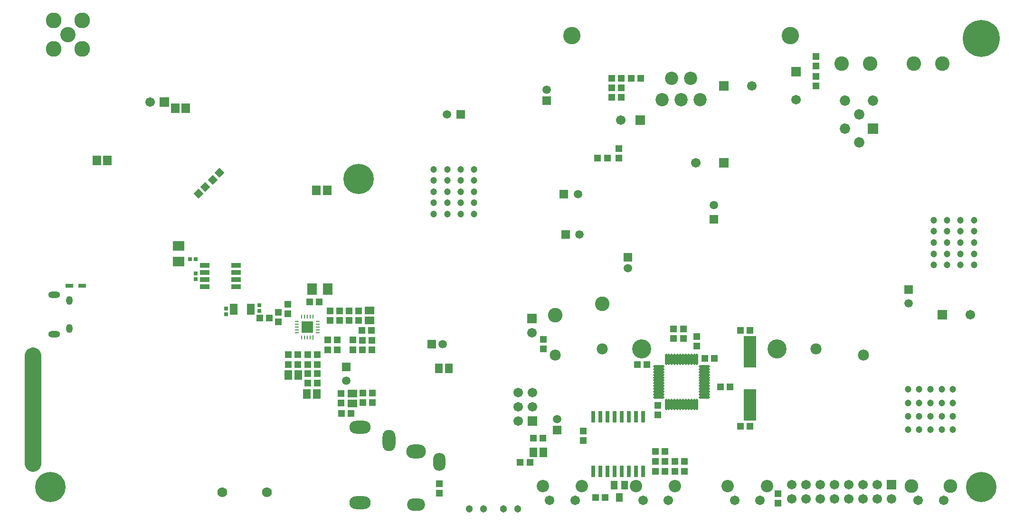
<source format=gbs>
G04*
G04 #@! TF.GenerationSoftware,Altium Limited,Altium Designer,19.1.8 (144)*
G04*
G04 Layer_Color=16711935*
%FSLAX25Y25*%
%MOIN*%
G70*
G01*
G75*
%ADD20C,0.11811*%
%ADD21R,0.05131X0.04737*%
%ADD25R,0.04737X0.05131*%
%ADD32R,0.05918X0.06706*%
%ADD44R,0.04737X0.06312*%
%ADD55R,0.07099X0.07887*%
G04:AMPARAMS|DCode=57|XSize=47.37mil|YSize=51.31mil|CornerRadius=0mil|HoleSize=0mil|Usage=FLASHONLY|Rotation=315.000|XOffset=0mil|YOffset=0mil|HoleType=Round|Shape=Rectangle|*
%AMROTATEDRECTD57*
4,1,4,-0.03489,-0.00139,0.00139,0.03489,0.03489,0.00139,-0.00139,-0.03489,-0.03489,-0.00139,0.0*
%
%ADD57ROTATEDRECTD57*%

%ADD66R,0.05288X0.06587*%
%ADD67R,0.06587X0.05288*%
%ADD79C,0.08674*%
%ADD80C,0.06706*%
%ADD92O,0.08674X0.12611*%
%ADD93O,0.13792X0.09855*%
%ADD94O,0.12611X0.08674*%
%ADD95R,0.06706X0.06706*%
%ADD96R,0.05918X0.05918*%
%ADD97C,0.05918*%
%ADD98R,0.05918X0.05918*%
%ADD99C,0.21272*%
%ADD100C,0.09658*%
%ADD101C,0.04737*%
%ADD102R,0.06706X0.06706*%
%ADD103O,0.04488X0.06260*%
%ADD104O,0.08280X0.04540*%
%ADD105C,0.05131*%
%ADD106C,0.12217*%
%ADD107C,0.09300*%
%ADD108C,0.13398*%
%ADD109C,0.10209*%
%ADD110C,0.07828*%
%ADD111C,0.07001*%
%ADD112C,0.25997*%
%ADD113C,0.11036*%
%ADD114C,0.10737*%
%ADD115O,0.14973X0.09068*%
%ADD116O,0.09068X0.14973*%
%ADD117C,0.07284*%
%ADD118R,0.07284X0.07284*%
%ADD119C,0.10249*%
%ADD240R,0.08268X0.08268*%
%ADD241O,0.03188X0.00942*%
%ADD242O,0.00942X0.03188*%
%ADD243R,0.00942X0.03188*%
%ADD247O,0.01981X0.07887*%
%ADD248O,0.07887X0.01981*%
%ADD249R,0.02900X0.08280*%
%ADD250R,0.03162X0.03162*%
%ADD251R,0.06804X0.03359*%
%ADD252R,0.05209X0.01981*%
%ADD253R,0.07887X0.07099*%
%ADD254R,0.03162X0.03162*%
%ADD255R,0.05170X0.02847*%
%ADD256R,0.08674X0.22453*%
D20*
X7480Y36319D02*
X7480Y112106D01*
D21*
X450984Y30610D02*
D03*
X444291D02*
D03*
X450984Y37697D02*
D03*
X444291D02*
D03*
X450984Y44685D02*
D03*
X444291D02*
D03*
X402362Y12539D02*
D03*
X409055D02*
D03*
X166732Y138386D02*
D03*
X173425D02*
D03*
X410630Y250886D02*
D03*
X403937D02*
D03*
X365551Y53937D02*
D03*
X358858D02*
D03*
X457283Y124016D02*
D03*
X463976D02*
D03*
X457283Y130709D02*
D03*
X463976D02*
D03*
X413779Y293307D02*
D03*
X420472D02*
D03*
X420472Y300000D02*
D03*
X413779D02*
D03*
X434252Y306693D02*
D03*
X427559D02*
D03*
X230709Y71358D02*
D03*
X224016D02*
D03*
X349606Y37008D02*
D03*
X356299D02*
D03*
X490059Y90059D02*
D03*
X496752D02*
D03*
X504134Y62500D02*
D03*
X510827D02*
D03*
X504134Y129626D02*
D03*
X510827D02*
D03*
X479134Y110039D02*
D03*
X485827D02*
D03*
X438583Y105807D02*
D03*
X431890D02*
D03*
X413779Y306693D02*
D03*
X420472D02*
D03*
X208366Y149606D02*
D03*
X201673D02*
D03*
X245177Y129823D02*
D03*
X238484D02*
D03*
X200590Y105905D02*
D03*
X207283D02*
D03*
X200590Y99311D02*
D03*
X207283D02*
D03*
X193504Y105905D02*
D03*
X186811D02*
D03*
X200590Y112598D02*
D03*
X207283D02*
D03*
X193504D02*
D03*
X186811D02*
D03*
X200590Y92913D02*
D03*
X207283D02*
D03*
D25*
X458071Y30906D02*
D03*
Y37598D02*
D03*
X464862Y30906D02*
D03*
Y37598D02*
D03*
X393898Y59153D02*
D03*
Y52461D02*
D03*
X418799Y257579D02*
D03*
Y250886D02*
D03*
X365846Y123425D02*
D03*
Y116732D02*
D03*
X557185Y322047D02*
D03*
Y315354D02*
D03*
X245374Y122835D02*
D03*
Y116142D02*
D03*
X179626Y142520D02*
D03*
Y135827D02*
D03*
X221161Y116240D02*
D03*
Y122933D02*
D03*
X530315Y14961D02*
D03*
Y8268D02*
D03*
X292913Y22244D02*
D03*
Y15551D02*
D03*
X446063Y76968D02*
D03*
Y70276D02*
D03*
X473327Y118799D02*
D03*
Y125492D02*
D03*
X557185Y301476D02*
D03*
Y308169D02*
D03*
X214567Y116240D02*
D03*
Y122933D02*
D03*
X238779Y116142D02*
D03*
Y122835D02*
D03*
X232185Y116240D02*
D03*
Y122933D02*
D03*
X186614Y148031D02*
D03*
Y141339D02*
D03*
X236221Y136811D02*
D03*
Y143504D02*
D03*
X229527Y136811D02*
D03*
Y143504D02*
D03*
X216142Y136811D02*
D03*
Y143504D02*
D03*
X222835Y136811D02*
D03*
Y143504D02*
D03*
X239173Y85728D02*
D03*
Y79035D02*
D03*
X245866Y79035D02*
D03*
Y85728D02*
D03*
X223819Y78642D02*
D03*
Y85335D02*
D03*
D32*
X52461Y249016D02*
D03*
X59941D02*
D03*
X114862Y285630D02*
D03*
X107382D02*
D03*
X206496Y227953D02*
D03*
X213976D02*
D03*
D44*
X415413Y21063D02*
D03*
X422894D02*
D03*
X419153Y12402D02*
D03*
D55*
X214468Y158760D02*
D03*
X203445D02*
D03*
D57*
X138488Y240260D02*
D03*
X133756Y235527D02*
D03*
X123815Y225685D02*
D03*
X128547Y230417D02*
D03*
D66*
X358701Y44094D02*
D03*
X365709D02*
D03*
X299567Y102953D02*
D03*
X292559D02*
D03*
X186654Y98425D02*
D03*
X193661D02*
D03*
X206850Y85236D02*
D03*
X199842D02*
D03*
D67*
X243701Y143661D02*
D03*
Y136653D02*
D03*
X231693Y85492D02*
D03*
Y78484D02*
D03*
D79*
X392913Y20374D02*
D03*
X365354D02*
D03*
X430709D02*
D03*
X458268D02*
D03*
X495277D02*
D03*
X522836D02*
D03*
D80*
X387992Y10531D02*
D03*
X370276D02*
D03*
X348031Y76221D02*
D03*
Y86221D02*
D03*
X358032Y76221D02*
D03*
Y86221D02*
D03*
X348031Y66220D02*
D03*
X435630Y10531D02*
D03*
X453346D02*
D03*
X500198D02*
D03*
X517915D02*
D03*
X628937D02*
D03*
X646654D02*
D03*
X472736Y247342D02*
D03*
X543110Y291634D02*
D03*
X420079Y277461D02*
D03*
X89685Y290158D02*
D03*
X357874Y127972D02*
D03*
X540000Y11417D02*
D03*
Y21417D02*
D03*
X550000Y11417D02*
D03*
Y21417D02*
D03*
X560000Y11417D02*
D03*
Y21417D02*
D03*
X570000Y11417D02*
D03*
Y21417D02*
D03*
X580000Y11417D02*
D03*
Y21417D02*
D03*
X590000Y11417D02*
D03*
Y21417D02*
D03*
X600000Y11417D02*
D03*
Y21417D02*
D03*
X610000Y11417D02*
D03*
X512008Y301476D02*
D03*
X665354Y140650D02*
D03*
D92*
X292913Y37303D02*
D03*
D93*
X276378Y44784D02*
D03*
D94*
Y7579D02*
D03*
D95*
X358032Y66220D02*
D03*
X543110Y311319D02*
D03*
X357874Y137972D02*
D03*
D96*
X375591Y59646D02*
D03*
X622047Y158465D02*
D03*
X485335Y207874D02*
D03*
X227559Y104232D02*
D03*
X425197Y181201D02*
D03*
X368209Y290945D02*
D03*
D97*
X375591Y67520D02*
D03*
X298031Y281299D02*
D03*
X622047Y148622D02*
D03*
X485335Y217717D02*
D03*
X295177Y120177D02*
D03*
X227559Y94390D02*
D03*
X425197Y173327D02*
D03*
X390059Y225295D02*
D03*
X368209Y298819D02*
D03*
X391240Y197244D02*
D03*
D98*
X307874Y281299D02*
D03*
X287303Y120177D02*
D03*
X380217Y225295D02*
D03*
X381398Y197244D02*
D03*
D99*
X673228Y19685D02*
D03*
X19685D02*
D03*
X236221Y236221D02*
D03*
D100*
X624016Y20374D02*
D03*
X651575D02*
D03*
D101*
X668057Y207163D02*
D03*
Y199289D02*
D03*
Y191415D02*
D03*
Y183541D02*
D03*
Y175667D02*
D03*
X658608Y207163D02*
D03*
Y199289D02*
D03*
Y191415D02*
D03*
Y183541D02*
D03*
Y175667D02*
D03*
X649159Y207163D02*
D03*
Y199289D02*
D03*
Y191415D02*
D03*
Y183541D02*
D03*
Y175667D02*
D03*
X639710D02*
D03*
Y183541D02*
D03*
Y191415D02*
D03*
Y199289D02*
D03*
Y207163D02*
D03*
X653233Y59995D02*
D03*
X645359D02*
D03*
X637485D02*
D03*
X629611D02*
D03*
X621737D02*
D03*
X653233Y69443D02*
D03*
X645359D02*
D03*
X637485D02*
D03*
X629611D02*
D03*
X621737D02*
D03*
X653233Y78892D02*
D03*
X645359D02*
D03*
X637485D02*
D03*
X629611D02*
D03*
X621737D02*
D03*
Y88341D02*
D03*
X629611D02*
D03*
X637485D02*
D03*
X645359D02*
D03*
X653233D02*
D03*
X288878Y211417D02*
D03*
Y219291D02*
D03*
Y227165D02*
D03*
Y235039D02*
D03*
Y242913D02*
D03*
X298327Y211417D02*
D03*
Y219291D02*
D03*
Y227165D02*
D03*
Y235039D02*
D03*
Y242913D02*
D03*
X307776Y211417D02*
D03*
Y219291D02*
D03*
Y227165D02*
D03*
Y235039D02*
D03*
Y242913D02*
D03*
X317224D02*
D03*
Y235039D02*
D03*
Y227165D02*
D03*
Y219291D02*
D03*
Y211417D02*
D03*
D102*
X492421Y247342D02*
D03*
X433858Y277461D02*
D03*
X99685Y290158D02*
D03*
X610000Y21417D02*
D03*
X492323Y301476D02*
D03*
X645669Y140650D02*
D03*
D103*
X33071Y150689D02*
D03*
Y131004D02*
D03*
D104*
X22441Y154626D02*
D03*
Y127067D02*
D03*
D105*
X323701Y4429D02*
D03*
X313701D02*
D03*
X337717D02*
D03*
X347716D02*
D03*
D106*
X539173Y336693D02*
D03*
X385630D02*
D03*
D107*
X475787Y291791D02*
D03*
X469095Y306791D02*
D03*
X462402Y291791D02*
D03*
X455709Y306791D02*
D03*
X449016Y291791D02*
D03*
D108*
X529724Y116634D02*
D03*
X434842D02*
D03*
D109*
X407283Y148524D02*
D03*
X374213Y140256D02*
D03*
D110*
X557283Y116634D02*
D03*
X407283D02*
D03*
X374213Y112303D02*
D03*
X590354D02*
D03*
D111*
X171851Y16142D02*
D03*
X140355D02*
D03*
D112*
X673228Y334646D02*
D03*
D113*
X22087Y327402D02*
D03*
X42087D02*
D03*
Y347402D02*
D03*
X22087D02*
D03*
D114*
X32087Y337402D02*
D03*
D115*
X237008Y8760D02*
D03*
Y61713D02*
D03*
D116*
X257480Y52461D02*
D03*
D117*
X577461Y291240D02*
D03*
Y271555D02*
D03*
X597146Y291240D02*
D03*
X587303Y261712D02*
D03*
Y281398D02*
D03*
D118*
X597146Y271555D02*
D03*
D119*
X645827Y317028D02*
D03*
X625827D02*
D03*
X595039D02*
D03*
X575039D02*
D03*
D240*
X200079Y132165D02*
D03*
D241*
X207367Y128228D02*
D03*
Y130197D02*
D03*
Y132165D02*
D03*
Y134134D02*
D03*
Y136102D02*
D03*
X192790D02*
D03*
Y134134D02*
D03*
Y132165D02*
D03*
Y130197D02*
D03*
Y128228D02*
D03*
D242*
X204016Y139454D02*
D03*
X202047D02*
D03*
X200079D02*
D03*
X198110D02*
D03*
X196142D02*
D03*
Y124877D02*
D03*
X198110D02*
D03*
X200079D02*
D03*
X202047D02*
D03*
D243*
X204016D02*
D03*
D247*
X473622Y109547D02*
D03*
X471653D02*
D03*
X469685D02*
D03*
X467716D02*
D03*
X465748D02*
D03*
X463779D02*
D03*
X461811D02*
D03*
X459842D02*
D03*
X457874D02*
D03*
X455905D02*
D03*
X453937D02*
D03*
X451968D02*
D03*
Y77657D02*
D03*
X453937D02*
D03*
X455905D02*
D03*
X457874D02*
D03*
X459842D02*
D03*
X461811D02*
D03*
X463779D02*
D03*
X465748D02*
D03*
X467716D02*
D03*
X469685D02*
D03*
X471653D02*
D03*
X473622D02*
D03*
D248*
X446850Y104428D02*
D03*
Y102460D02*
D03*
Y100491D02*
D03*
Y98523D02*
D03*
Y96554D02*
D03*
Y94586D02*
D03*
Y92617D02*
D03*
Y90649D02*
D03*
Y88680D02*
D03*
Y86712D02*
D03*
Y84743D02*
D03*
Y82775D02*
D03*
X478740D02*
D03*
Y84743D02*
D03*
Y86712D02*
D03*
Y88680D02*
D03*
Y90649D02*
D03*
Y92617D02*
D03*
Y94586D02*
D03*
Y96554D02*
D03*
Y98523D02*
D03*
Y100491D02*
D03*
Y102460D02*
D03*
Y104428D02*
D03*
D249*
X435906Y69193D02*
D03*
X430905D02*
D03*
X425906D02*
D03*
X435906Y30610D02*
D03*
X430905D02*
D03*
X425906D02*
D03*
X420905Y69193D02*
D03*
X415906D02*
D03*
X410906D02*
D03*
X405905D02*
D03*
X400906D02*
D03*
X420905Y30610D02*
D03*
X415906D02*
D03*
X410906D02*
D03*
X405905D02*
D03*
X400906D02*
D03*
D250*
X121752Y169587D02*
D03*
Y165650D02*
D03*
X143012Y144980D02*
D03*
Y141043D02*
D03*
X166437Y143504D02*
D03*
Y147441D02*
D03*
D251*
X150098Y175374D02*
D03*
X150098Y170374D02*
D03*
X150098Y160374D02*
D03*
X150098Y165374D02*
D03*
X128051Y170374D02*
D03*
Y165374D02*
D03*
X128051Y175374D02*
D03*
Y160374D02*
D03*
D252*
X148327Y141634D02*
D03*
Y143602D02*
D03*
Y147539D02*
D03*
X160531Y141634D02*
D03*
Y143602D02*
D03*
Y147539D02*
D03*
X148327Y145571D02*
D03*
X160531D02*
D03*
D253*
X109941Y189075D02*
D03*
Y178051D02*
D03*
D254*
X121752Y179724D02*
D03*
X117815D02*
D03*
D255*
X42283Y161221D02*
D03*
X33110D02*
D03*
D256*
X510827Y114763D02*
D03*
Y77362D02*
D03*
M02*

</source>
